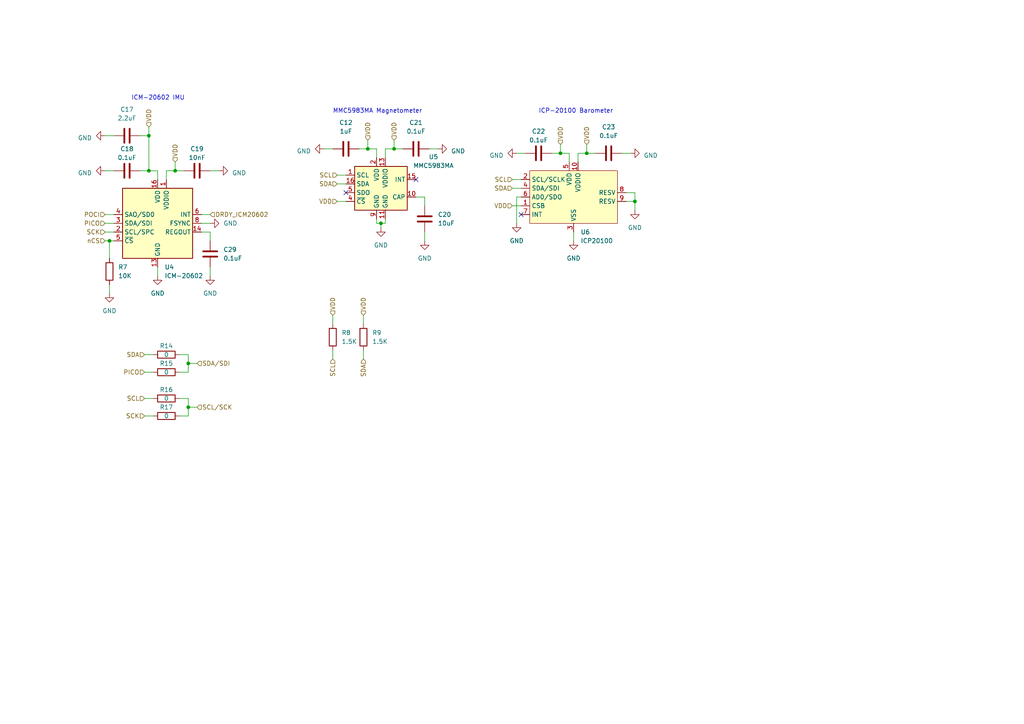
<source format=kicad_sch>
(kicad_sch (version 20211123) (generator eeschema)
  (paper "A4")
  (lib_symbols
    (symbol "Device:C" (pin_numbers hide) (pin_names (offset 0.254))
      (property "Reference" "C" (at 0.635 2.54 0))
      (property "Value" "C" (at 0.635 -2.54 0))
      (symbol "C_0_1"
        (polyline (pts (xy -2.032 -0.762) (xy 2.032 -0.762)) (stroke (width 0.508)))
        (polyline (pts (xy -2.032 0.762) (xy 2.032 0.762)) (stroke (width 0.508)))
      )
      (symbol "C_1_1"
        (pin passive line (at 0 3.81 270) (length 2.794) (name "~") (number "1"))
        (pin passive line (at 0 -3.81 90) (length 2.794) (name "~") (number "2"))
      )
    )
    (symbol "Device:R" (pin_numbers hide) (pin_names (offset 0))
      (property "Reference" "R" (at 2.032 0 90))
      (property "Value" "R" (at 0 0 90))
      (symbol "R_0_1"
        (rectangle (start -1.016 -2.54) (end 1.016 2.54) (stroke (width 0.254)))
      )
      (symbol "R_1_1"
        (pin passive line (at 0 3.81 270) (length 1.27) (name "~") (number "1"))
        (pin passive line (at 0 -3.81 90) (length 1.27) (name "~") (number "2"))
      )
    )
    (symbol "Invensense_ICP:ICP20100"
      (property "Reference" "U" (at -7.62 8.89 0))
      (property "Value" "ICP20100" (at 7.62 8.89 0))
      (symbol "ICP20100_0_1"
        (rectangle (start -12.7 7.62) (end 12.7 -7.62) (stroke (width 0.1524)) (fill (type background)))
      )
      (symbol "ICP20100_1_1"
        (pin input line (at -15.24 -2.54 0) (length 2.54) (name "CSB") (number "1"))
        (pin power_in line (at 1.27 10.16 270) (length 2.54) (name "VDDIO") (number "10"))
        (pin input line (at -15.24 5.08 0) (length 2.54) (name "SCL/SCLK") (number "2"))
        (pin power_in line (at 0 -10.16 90) (length 2.54) (name "VSS") (number "3"))
        (pin bidirectional line (at -15.24 2.54 0) (length 2.54) (name "SDA/SDI") (number "4"))
        (pin power_in line (at -1.27 10.16 270) (length 2.54) (name "VDD") (number "5"))
        (pin bidirectional line (at -15.24 0 0) (length 2.54) (name "AD0/SDO") (number "6"))
        (pin output line (at -15.24 -5.08 0) (length 2.54) (name "INT") (number "7"))
        (pin passive line (at 15.24 1.27 180) (length 2.54) (name "RESV") (number "8"))
        (pin passive line (at 15.24 -1.27 180) (length 2.54) (name "RESV") (number "9"))
      )
    )
    (symbol "MMC5983MA:MMC5983MA"
      (property "Reference" "U" (at -7.62 7.62 0))
      (property "Value" "MMC5983MA" (at 5.08 7.62 0))
      (symbol "MMC5983MA_0_1"
        (rectangle (start -7.62 6.35) (end 7.62 -6.35) (stroke (width 0.254)) (fill (type background)))
      )
      (symbol "MMC5983MA_1_1"
        (pin input line (at -10.16 3.81 0) (length 2.54) (name "SCL") (number "1"))
        (pin passive line (at 10.16 -2.54 180) (length 2.54) (name "CAP") (number "10"))
        (pin power_in line (at 1.27 -8.89 90) (length 2.54) (name "GND") (number "11"))
        (pin power_in line (at 1.27 8.89 270) (length 2.54) (name "VDDIO") (number "13"))
        (pin output line (at 10.16 2.54 180) (length 2.54) (name "INT") (number "15"))
        (pin bidirectional line (at -10.16 1.27 0) (length 2.54) (name "SDA") (number "16"))
        (pin power_in line (at -1.27 8.89 270) (length 2.54) (name "VDD") (number "2"))
        (pin input line (at -10.16 -3.81 0) (length 2.54) (name "~{CS}") (number "4"))
        (pin output line (at -10.16 -1.27 0) (length 2.54) (name "SDO") (number "5"))
        (pin power_in line (at -1.27 -8.89 90) (length 2.54) (name "GND") (number "9"))
      )
    )
    (symbol "Sensor_Motion:ICM-20602"
      (property "Reference" "U" (at -10.16 11.43 0))
      (property "Value" "ICM-20602" (at 10.16 11.43 0))
      (symbol "ICM-20602_0_1"
        (rectangle (start -10.16 10.16) (end 10.16 -10.16) (stroke (width 0.254)) (fill (type background)))
      )
      (symbol "ICM-20602_1_1"
        (pin power_in line (at 2.54 12.7 270) (length 2.54) (name "VDDIO") (number "1"))
        (pin passive line (at 0 -12.7 90) (length 2.54) hide (name "GND") (number "10"))
        (pin passive line (at 0 -12.7 90) (length 2.54) hide (name "GND") (number "11"))
        (pin passive line (at 0 -12.7 90) (length 2.54) hide (name "GND") (number "12"))
        (pin power_in line (at 0 -12.7 90) (length 2.54) (name "GND") (number "13"))
        (pin passive line (at 12.7 -2.54 180) (length 2.54) (name "REGOUT") (number "14"))
        (pin passive line (at 0 -12.7 90) (length 2.54) hide (name "GND") (number "15"))
        (pin power_in line (at 0 12.7 270) (length 2.54) (name "VDD") (number "16"))
        (pin input line (at -12.7 -2.54 0) (length 2.54) (name "SCL/SPC") (number "2"))
        (pin bidirectional line (at -12.7 0 0) (length 2.54) (name "SDA/SDI") (number "3"))
        (pin bidirectional line (at -12.7 2.54 0) (length 2.54) (name "SAO/SD0") (number "4"))
        (pin input line (at -12.7 -5.08 0) (length 2.54) (name "~{CS}") (number "5"))
        (pin output line (at 12.7 2.54 180) (length 2.54) (name "INT") (number "6"))
        (pin no_connect line (at -10.16 5.08 0) (length 2.54) hide (name "RESV") (number "7"))
        (pin input line (at 12.7 0 180) (length 2.54) (name "FSYNC") (number "8"))
        (pin passive line (at 0 -12.7 90) (length 2.54) hide (name "GND") (number "9"))
      )
    )
    (symbol "power:GND" (power) (pin_names (offset 0))
      (property "Value" "GND" (at 0 -3.81 0))
      (symbol "GND_0_1"
        (polyline (pts (xy 0 0) (xy 0 -1.27) (xy 1.27 -1.27) (xy 0 -2.54) (xy -1.27 -1.27) (xy 0 -1.27)))
      )
      (symbol "GND_1_1"
        (pin power_in line (at 0 0 270) (length 0) hide (name "GND") (number "1"))
      )
    )
  )
  (junction (at 50.8 49.53) (diameter 0.9144))
  (junction (at 114.3 43.18) (diameter 0.9144))
  (junction (at 31.75 69.85))
  (junction (at 54.61 118.11))
  (junction (at 110.49 64.77))
  (junction (at 170.18 44.45) (diameter 0.9144))
  (junction (at 162.56 44.45))
  (junction (at 43.18 39.37) (diameter 0.9144))
  (junction (at 184.15 58.42))
  (junction (at 106.68 43.18))
  (junction (at 43.18 49.53) (diameter 0.9144))
  (junction (at 54.61 105.41))
  (no_connect (at 151.13 62.23))
  (no_connect (at 100.33 55.88))
  (no_connect (at 120.65 52.07))
  (wire (pts (xy 41.91 107.95) (xy 44.45 107.95)))
  (wire (pts (xy 48.26 49.53) (xy 50.8 49.53)))
  (wire (pts (xy 57.15 118.11) (xy 54.61 118.11)))
  (wire (pts (xy 111.76 45.72) (xy 111.76 43.18)))
  (wire (pts (xy 58.42 64.77) (xy 60.96 64.77)))
  (wire (pts (xy 41.91 102.87) (xy 44.45 102.87)))
  (wire (pts (xy 149.86 64.77) (xy 149.86 57.15)))
  (wire (pts (xy 170.18 44.45) (xy 172.72 44.45)))
  (wire (pts (xy 60.96 49.53) (xy 63.5 49.53)))
  (wire (pts (xy 149.86 57.15) (xy 151.13 57.15)))
  (wire (pts (xy 106.68 43.18) (xy 109.22 43.18)))
  (wire (pts (xy 111.76 64.77) (xy 111.76 63.5)))
  (wire (pts (xy 43.18 39.37) (xy 43.18 49.53)))
  (wire (pts (xy 58.42 62.23) (xy 60.96 62.23)))
  (wire (pts (xy 41.91 115.57) (xy 44.45 115.57)))
  (wire (pts (xy 106.68 40.64) (xy 106.68 43.18)))
  (wire (pts (xy 105.41 91.44) (xy 105.41 93.98)))
  (wire (pts (xy 58.42 67.31) (xy 60.96 67.31)))
  (wire (pts (xy 160.02 44.45) (xy 162.56 44.45)))
  (wire (pts (xy 165.1 46.99) (xy 165.1 44.45)))
  (wire (pts (xy 148.59 59.69) (xy 151.13 59.69)))
  (wire (pts (xy 31.75 69.85) (xy 31.75 74.93)))
  (wire (pts (xy 166.37 67.31) (xy 166.37 69.85)))
  (wire (pts (xy 50.8 49.53) (xy 53.34 49.53)))
  (wire (pts (xy 184.15 58.42) (xy 181.61 58.42)))
  (wire (pts (xy 30.48 64.77) (xy 33.02 64.77)))
  (wire (pts (xy 167.64 44.45) (xy 170.18 44.45)))
  (wire (pts (xy 54.61 105.41) (xy 54.61 102.87)))
  (wire (pts (xy 45.72 52.07) (xy 45.72 49.53)))
  (wire (pts (xy 123.19 67.31) (xy 123.19 69.85)))
  (wire (pts (xy 184.15 60.96) (xy 184.15 58.42)))
  (wire (pts (xy 41.91 120.65) (xy 44.45 120.65)))
  (wire (pts (xy 50.8 46.99) (xy 50.8 49.53)))
  (wire (pts (xy 111.76 43.18) (xy 114.3 43.18)))
  (wire (pts (xy 31.75 69.85) (xy 33.02 69.85)))
  (wire (pts (xy 60.96 67.31) (xy 60.96 69.85)))
  (wire (pts (xy 30.48 67.31) (xy 33.02 67.31)))
  (wire (pts (xy 180.34 44.45) (xy 182.88 44.45)))
  (wire (pts (xy 148.59 54.61) (xy 151.13 54.61)))
  (wire (pts (xy 54.61 102.87) (xy 52.07 102.87)))
  (wire (pts (xy 104.14 43.18) (xy 106.68 43.18)))
  (wire (pts (xy 114.3 40.64) (xy 114.3 43.18)))
  (wire (pts (xy 162.56 44.45) (xy 165.1 44.45)))
  (wire (pts (xy 40.64 39.37) (xy 43.18 39.37)))
  (wire (pts (xy 54.61 107.95) (xy 52.07 107.95)))
  (wire (pts (xy 148.59 52.07) (xy 151.13 52.07)))
  (wire (pts (xy 120.65 57.15) (xy 123.19 57.15)))
  (wire (pts (xy 45.72 77.47) (xy 45.72 80.01)))
  (wire (pts (xy 31.75 82.55) (xy 31.75 85.09)))
  (wire (pts (xy 54.61 118.11) (xy 54.61 115.57)))
  (wire (pts (xy 54.61 118.11) (xy 54.61 120.65)))
  (wire (pts (xy 43.18 36.83) (xy 43.18 39.37)))
  (wire (pts (xy 162.56 41.91) (xy 162.56 44.45)))
  (wire (pts (xy 45.72 49.53) (xy 43.18 49.53)))
  (wire (pts (xy 149.86 44.45) (xy 152.4 44.45)))
  (wire (pts (xy 110.49 66.04) (xy 110.49 64.77)))
  (wire (pts (xy 57.15 105.41) (xy 54.61 105.41)))
  (wire (pts (xy 96.52 91.44) (xy 96.52 93.98)))
  (wire (pts (xy 97.79 50.8) (xy 100.33 50.8)))
  (wire (pts (xy 123.19 57.15) (xy 123.19 59.69)))
  (wire (pts (xy 167.64 46.99) (xy 167.64 44.45)))
  (wire (pts (xy 97.79 58.42) (xy 100.33 58.42)))
  (wire (pts (xy 48.26 52.07) (xy 48.26 49.53)))
  (wire (pts (xy 30.48 69.85) (xy 31.75 69.85)))
  (wire (pts (xy 54.61 105.41) (xy 54.61 107.95)))
  (wire (pts (xy 97.79 53.34) (xy 100.33 53.34)))
  (wire (pts (xy 109.22 45.72) (xy 109.22 43.18)))
  (wire (pts (xy 181.61 55.88) (xy 184.15 55.88)))
  (wire (pts (xy 54.61 115.57) (xy 52.07 115.57)))
  (wire (pts (xy 184.15 55.88) (xy 184.15 58.42)))
  (wire (pts (xy 30.48 39.37) (xy 33.02 39.37)))
  (wire (pts (xy 114.3 43.18) (xy 116.84 43.18)))
  (wire (pts (xy 109.22 63.5) (xy 109.22 64.77)))
  (wire (pts (xy 93.98 43.18) (xy 96.52 43.18)))
  (wire (pts (xy 30.48 62.23) (xy 33.02 62.23)))
  (wire (pts (xy 109.22 64.77) (xy 110.49 64.77)))
  (wire (pts (xy 124.46 43.18) (xy 127 43.18)))
  (wire (pts (xy 60.96 77.47) (xy 60.96 80.01)))
  (wire (pts (xy 170.18 41.91) (xy 170.18 44.45)))
  (wire (pts (xy 43.18 49.53) (xy 40.64 49.53)))
  (wire (pts (xy 30.48 49.53) (xy 33.02 49.53)))
  (wire (pts (xy 96.52 101.6) (xy 96.52 104.14)))
  (wire (pts (xy 110.49 64.77) (xy 111.76 64.77)))
  (wire (pts (xy 54.61 120.65) (xy 52.07 120.65)))
  (wire (pts (xy 105.41 101.6) (xy 105.41 104.14)))
  (text "ICM-20602 IMU" (at 38.1 29.21 0) (effects (font (size 1.27 1.27)) (justify left bottom)))
  (text "ICP-20100 Barometer" (at 156.21 33.02 0) (effects (font (size 1.27 1.27)) (justify left bottom)))
  (text "MMC5983MA Magnetometer" (at 96.52 33.02 0) (effects (font (size 1.27 1.27)) (justify left bottom)))
  (hierarchical_label "nCS" (shape input) (at 30.48 69.85 180))
  (hierarchical_label "SDA" (shape input) (at 148.59 54.61 180))
  (hierarchical_label "VDD" (shape input) (at 114.3 40.64 90))
  (hierarchical_label "POCI" (shape input) (at 30.48 62.23 180))
  (hierarchical_label "VDD" (shape input) (at 105.41 91.44 90))
  (hierarchical_label "VDD" (shape input) (at 106.68 40.64 90))
  (hierarchical_label "SCL{slash}SCK" (shape input) (at 57.15 118.11 0))
  (hierarchical_label "SCL" (shape input) (at 148.59 52.07 180))
  (hierarchical_label "SDA" (shape input) (at 105.41 104.14 270))
  (hierarchical_label "VDD" (shape input) (at 162.56 41.91 90))
  (hierarchical_label "VDD" (shape input) (at 170.18 41.91 90))
  (hierarchical_label "VDD" (shape input) (at 96.52 91.44 90))
  (hierarchical_label "SDA{slash}SDI" (shape input) (at 57.15 105.41 0))
  (hierarchical_label "SDA" (shape input) (at 97.79 53.34 180))
  (hierarchical_label "VDD" (shape input) (at 50.8 46.99 90))
  (hierarchical_label "VDD" (shape input) (at 97.79 58.42 180))
  (hierarchical_label "PICO" (shape input) (at 41.91 107.95 180))
  (hierarchical_label "VDD" (shape input) (at 43.18 36.83 90))
  (hierarchical_label "SDA" (shape input) (at 41.91 102.87 180))
  (hierarchical_label "DRDY_ICM20602" (shape input) (at 60.96 62.23 0))
  (hierarchical_label "SCL" (shape input) (at 97.79 50.8 180))
  (hierarchical_label "SCK" (shape input) (at 30.48 67.31 180))
  (hierarchical_label "PICO" (shape input) (at 30.48 64.77 180))
  (hierarchical_label "SCL" (shape input) (at 41.91 115.57 180))
  (hierarchical_label "VDD" (shape input) (at 148.59 59.69 180))
  (hierarchical_label "SCL" (shape input) (at 96.52 104.14 270))
  (hierarchical_label "SCK" (shape input) (at 41.91 120.65 180))
  (symbol (lib_id "Device:R") (at 96.52 97.79 0) (unit 1)
    (property "Reference" "R8" (at 99.06 96.5199 0) (effects (justify left)))
    (property "Value" "1.5K" (at 99.06 99.0599 0) (effects (justify left)))
    (property "Footprint" "Resistor_SMD:R_0402_1005Metric" (effects hide))
    (property "LCSC" "C25867" (effects hide))
  )
  (symbol (lib_id "power:GND") (at 166.37 69.85 0) (unit 1)
    (property "Reference" "#PWR039" (effects hide))
    (property "Value" "GND" (at 166.37 74.93 0))
  )
  (symbol (lib_id "power:GND") (at 182.88 44.45 90) (unit 1)
    (property "Reference" "#PWR040" (effects hide))
    (property "Value" "GND" (at 186.69 45.0849 90) (effects (justify right)))
  )
  (symbol (lib_id "Device:C") (at 60.96 73.66 0) (unit 1)
    (property "Reference" "C29" (at 64.77 72.3899 0) (effects (justify left)))
    (property "Value" "0.1uF" (at 64.77 74.9299 0) (effects (justify left)))
    (property "Footprint" "Capacitor_SMD:C_0402_1005Metric" (effects hide))
  )
  (symbol (lib_id "power:GND") (at 60.96 64.77 90) (unit 1)
    (property "Reference" "#PWR0103" (effects hide))
    (property "Value" "GND" (at 64.77 64.7699 90) (effects (justify right)))
  )
  (symbol (lib_id "Device:R") (at 31.75 78.74 0) (unit 1)
    (property "Reference" "R7" (at 34.29 77.4699 0) (effects (justify left)))
    (property "Value" "10K" (at 34.29 80.0099 0) (effects (justify left)))
    (property "Footprint" "Resistor_SMD:R_0402_1005Metric" (effects hide))
    (property "LCSC" "C25744" (effects hide))
  )
  (symbol (lib_id "power:GND") (at 45.72 80.01 0) (unit 1)
    (property "Reference" "#PWR0111" (effects hide))
    (property "Value" "GND" (at 45.72 85.09 0))
  )
  (symbol (lib_id "power:GND") (at 149.86 44.45 270) (unit 1)
    (property "Reference" "#PWR037" (effects hide))
    (property "Value" "GND" (at 146.05 45.0849 90) (effects (justify right)))
  )
  (symbol (lib_id "power:GND") (at 30.48 49.53 270) (unit 1)
    (property "Reference" "#PWR028" (effects hide))
    (property "Value" "GND" (at 26.67 50.1649 90) (effects (justify right)))
  )
  (symbol (lib_id "Device:C") (at 176.53 44.45 90) (unit 1)
    (property "Reference" "C23" (at 176.53 36.83 90))
    (property "Value" "0.1uF" (at 176.53 39.37 90))
    (property "Footprint" "Capacitor_SMD:C_0402_1005Metric" (effects hide))
    (property "LCSC" "C1525" (effects hide))
  )
  (symbol (lib_id "power:GND") (at 123.19 69.85 0) (unit 1)
    (property "Reference" "#PWR035" (effects hide))
    (property "Value" "GND" (at 123.19 74.93 0))
  )
  (symbol (lib_id "Device:C") (at 36.83 49.53 90) (unit 1)
    (property "Reference" "C18" (at 36.83 43.18 90))
    (property "Value" "0.1uF" (at 36.83 45.72 90))
    (property "Footprint" "Capacitor_SMD:C_0402_1005Metric" (effects hide))
    (property "LCSC" "C1525" (effects hide))
  )
  (symbol (lib_id "Device:C") (at 57.15 49.53 90) (unit 1)
    (property "Reference" "C19" (at 57.15 43.18 90))
    (property "Value" "10nF" (at 57.15 45.72 90))
    (property "Footprint" "Capacitor_SMD:C_0402_1005Metric" (effects hide))
    (property "LCSC" "C15195" (effects hide))
  )
  (symbol (lib_id "power:GND") (at 30.48 39.37 270) (unit 1)
    (property "Reference" "#PWR027" (effects hide))
    (property "Value" "GND" (at 26.67 40.0049 90) (effects (justify right)))
  )
  (symbol (lib_id "Device:C") (at 36.83 39.37 90) (unit 1)
    (property "Reference" "C17" (at 36.83 31.75 90))
    (property "Value" "2.2uF" (at 36.83 34.29 90))
    (property "Footprint" "Capacitor_SMD:C_0402_1005Metric" (effects hide))
    (property "LCSC" "C23733" (effects hide))
  )
  (symbol (lib_id "Invensense_ICP:ICP20100") (at 166.37 57.15 0) (unit 1)
    (property "Reference" "U6" (at 168.3894 67.31 0) (effects (justify left)))
    (property "Value" "ICP20100" (at 168.3894 69.85 0) (effects (justify left)))
    (property "Footprint" "ICP20100:PQFN50P200X200X85-10N" (effects hide))
  )
  (symbol (lib_id "Device:R") (at 48.26 107.95 90) (unit 1)
    (property "Reference" "R15" (at 48.26 105.41 90))
    (property "Value" "0" (at 48.26 107.95 90))
    (property "Footprint" "Resistor_SMD:R_0402_1005Metric" (effects hide))
    (property "LCSC" "C17168" (effects hide))
  )
  (symbol (lib_id "Device:R") (at 48.26 115.57 90) (unit 1)
    (property "Reference" "R16" (at 48.26 113.03 90))
    (property "Value" "0" (at 48.26 115.57 90))
    (property "Footprint" "Resistor_SMD:R_0402_1005Metric" (effects hide))
    (property "LCSC" "C17168" (effects hide))
  )
  (symbol (lib_id "Device:R") (at 105.41 97.79 0) (unit 1)
    (property "Reference" "R9" (at 107.95 96.5199 0) (effects (justify left)))
    (property "Value" "1.5K" (at 107.95 99.0599 0) (effects (justify left)))
    (property "Footprint" "Resistor_SMD:R_0402_1005Metric" (effects hide))
    (property "LCSC" "C25867" (effects hide))
  )
  (symbol (lib_id "Device:R") (at 48.26 120.65 90) (unit 1)
    (property "Reference" "R17" (at 48.26 118.11 90))
    (property "Value" "0" (at 48.26 120.65 90))
    (property "Footprint" "Resistor_SMD:R_0402_1005Metric" (effects hide))
    (property "LCSC" "C17168" (effects hide))
  )
  (symbol (lib_id "Device:C") (at 123.19 63.5 0) (unit 1)
    (property "Reference" "C20" (at 127 62.2299 0) (effects (justify left)))
    (property "Value" "10uF" (at 127 64.7699 0) (effects (justify left)))
    (property "Footprint" "Capacitor_SMD:C_0402_1005Metric" (effects hide))
    (property "LCSC" "C15525" (effects hide))
  )
  (symbol (lib_id "Device:R") (at 48.26 102.87 90) (unit 1)
    (property "Reference" "R14" (at 48.26 100.33 90))
    (property "Value" "0" (at 48.26 102.87 90))
    (property "Footprint" "Resistor_SMD:R_0402_1005Metric" (effects hide))
    (property "LCSC" "C17168" (effects hide))
  )
  (symbol (lib_id "Sensor_Motion:ICM-20602") (at 45.72 64.77 0) (unit 1)
    (property "Reference" "U4" (at 47.7394 77.47 0) (effects (justify left)))
    (property "Value" "ICM-20602" (at 47.7394 80.01 0) (effects (justify left)))
    (property "Footprint" "Package_LGA:LGA-16_3x3mm_P0.5mm_LayoutBorder3x5y" (effects hide))
    (property "Datasheet" "http://www.invensense.com/wp-content/uploads/2016/10/DS-000176-ICM-20602-v1.0.pdf" (effects hide))
  )
  (symbol (lib_id "power:GND") (at 184.15 60.96 0) (unit 1)
    (property "Reference" "#PWR041" (effects hide))
    (property "Value" "GND" (at 184.15 66.04 0))
  )
  (symbol (lib_id "power:GND") (at 60.96 80.01 0) (unit 1)
    (property "Reference" "#PWR0104" (effects hide))
    (property "Value" "GND" (at 60.96 85.09 0))
  )
  (symbol (lib_id "power:GND") (at 31.75 85.09 0) (unit 1)
    (property "Reference" "#PWR029" (effects hide))
    (property "Value" "GND" (at 31.75 90.17 0))
  )
  (symbol (lib_id "MMC5983MA:MMC5983MA") (at 110.49 54.61 0) (unit 1)
    (property "Reference" "U5" (at 125.73 45.4912 0))
    (property "Value" "MMC5983MA" (at 125.73 48.0312 0))
    (property "Footprint" "Package_LGA:LGA-16_3x3mm_P0.5mm" (effects hide))
    (property "Datasheet" "https://www.memsic.com/Public/Uploads/uploadfile/files/20220119/MMC5983MADatasheetRevA.pdf" (effects hide))
    (property "LCSC" "C404329" (effects hide))
  )
  (symbol (lib_id "power:GND") (at 149.86 64.77 0) (unit 1)
    (property "Reference" "#PWR038" (effects hide))
    (property "Value" "GND" (at 149.86 69.85 0))
  )
  (symbol (lib_id "Device:C") (at 100.33 43.18 90) (unit 1)
    (property "Reference" "C12" (at 100.33 35.56 90))
    (property "Value" "1uF" (at 100.33 38.1 90))
    (property "Footprint" "Capacitor_SMD:C_0402_1005Metric" (effects hide))
    (property "LCSC" "C52923" (effects hide))
  )
  (symbol (lib_id "Device:C") (at 120.65 43.18 90) (unit 1)
    (property "Reference" "C21" (at 120.65 35.56 90))
    (property "Value" "0.1uF" (at 120.65 38.1 90))
    (property "Footprint" "Capacitor_SMD:C_0402_1005Metric" (effects hide))
    (property "LCSC" "C1525" (effects hide))
  )
  (symbol (lib_id "power:GND") (at 110.49 66.04 0) (unit 1)
    (property "Reference" "#PWR034" (effects hide))
    (property "Value" "GND" (at 110.49 71.12 0))
  )
  (symbol (lib_id "Device:C") (at 156.21 44.45 90) (unit 1)
    (property "Reference" "C22" (at 156.21 38.1 90))
    (property "Value" "0.1uF" (at 156.21 40.64 90))
    (property "Footprint" "Capacitor_SMD:C_0402_1005Metric" (effects hide))
    (property "LCSC" "C1525" (effects hide))
  )
  (symbol (lib_id "power:GND") (at 127 43.18 90) (unit 1)
    (property "Reference" "#PWR023" (effects hide))
    (property "Value" "GND" (at 130.81 43.8149 90) (effects (justify right)))
  )
  (symbol (lib_id "power:GND") (at 63.5 49.53 90) (unit 1)
    (property "Reference" "#PWR031" (effects hide))
    (property "Value" "GND" (at 67.31 50.1649 90) (effects (justify right)))
  )
  (symbol (lib_id "power:GND") (at 93.98 43.18 270) (unit 1)
    (property "Reference" "#PWR022" (effects hide))
    (property "Value" "GND" (at 90.17 43.8149 90) (effects (justify right)))
  )
)
</source>
